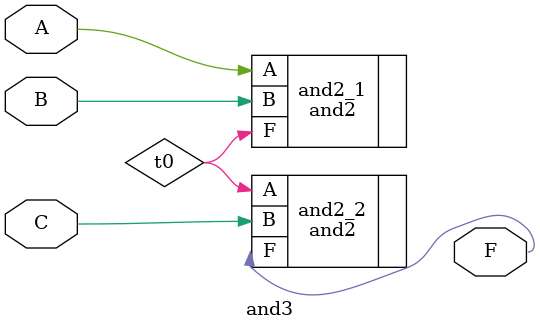
<source format=v>
`timescale 1ns / 1ps

module and3
  (input A, B, C, 
   output F);

wire t0;

and2 and2_1 (.A(A), .B(B), .F(t0));
and2 and2_2 (.A(t0),.B(C), .F(F));

endmodule

</source>
